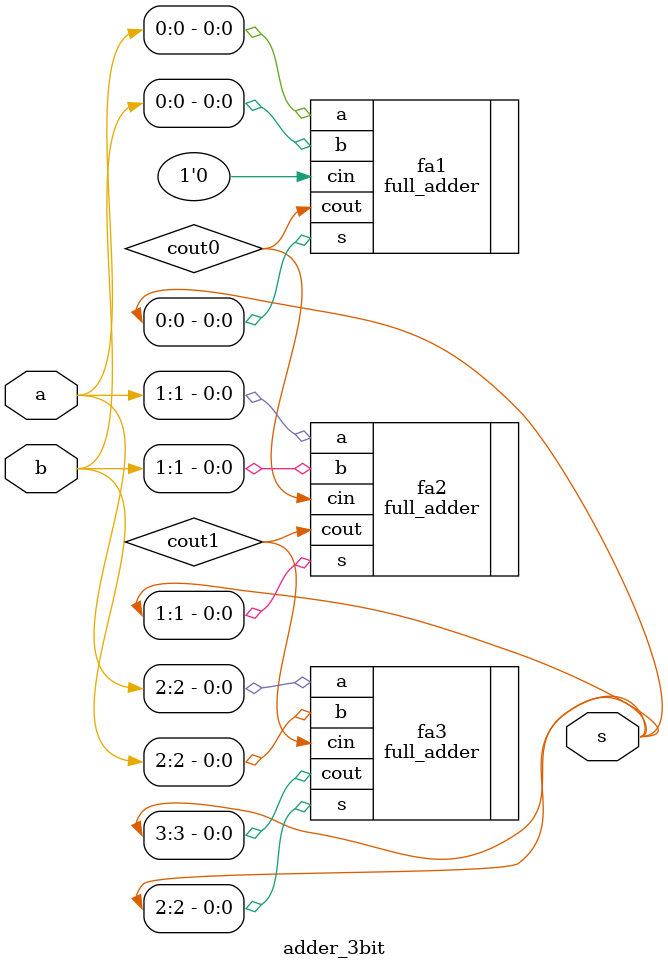
<source format=v>
`timescale 1ns / 1ps

module adder_3bit(
    input [2:0] a,
    input [2:0] b,
    output [3:0] s
    );

    wire cout0, cout1;

    full_adder fa1 (.a(a[0]), .b(b[0]), .cin(1'b0), .s(s[0]), .cout(cout0));
    full_adder fa2 (.a(a[1]), .b(b[1]), .cin(cout0), .s(s[1]), .cout(cout1));
    full_adder fa3 (.a(a[2]), .b(b[2]), .cin(cout1), .s(s[2]), .cout(s[3]));
endmodule

</source>
